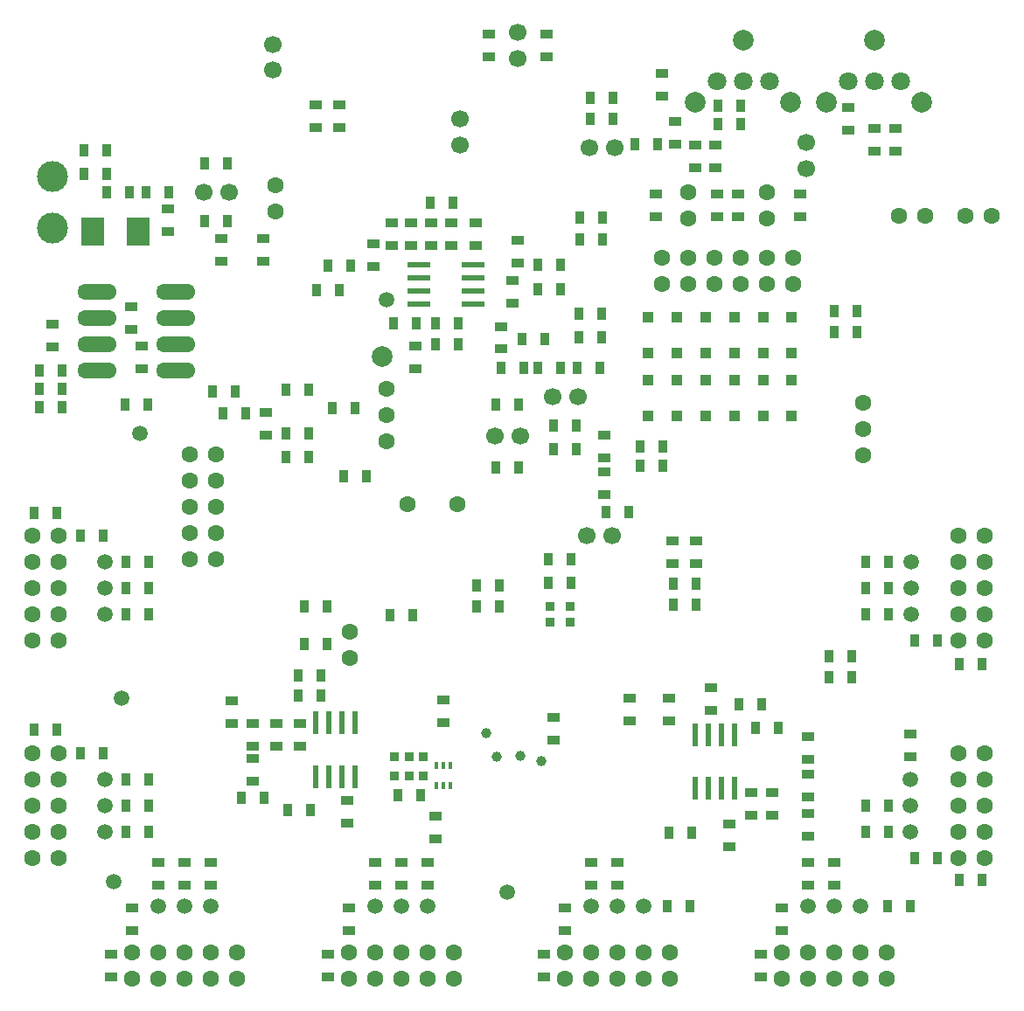
<source format=gbs>
G04 #@! TF.FileFunction,Soldermask,Bot*
%FSLAX46Y46*%
G04 Gerber Fmt 4.6, Leading zero omitted, Abs format (unit mm)*
G04 Created by KiCad (PCBNEW 4.0.1-stable) date 18/01/2016 20:30:30*
%MOMM*%
G01*
G04 APERTURE LIST*
%ADD10C,0.150000*%
%ADD11R,1.300000X0.900000*%
%ADD12C,1.500000*%
%ADD13R,1.000000X1.000000*%
%ADD14C,1.600000*%
%ADD15R,0.900000X0.900000*%
%ADD16C,1.000000*%
%ADD17O,3.810000X1.524000*%
%ADD18R,0.600000X2.200000*%
%ADD19C,3.000000*%
%ADD20R,2.200000X2.800000*%
%ADD21R,2.200000X0.600000*%
%ADD22R,0.900000X1.300000*%
%ADD23C,2.000000*%
%ADD24R,0.450000X0.800000*%
%ADD25C,1.700000*%
%ADD26C,1.800000*%
G04 APERTURE END LIST*
D10*
D11*
X43557400Y29889000D03*
X43557400Y32089000D03*
D12*
X81403400Y12066000D03*
X78863400Y12066000D03*
X83943400Y12066000D03*
D13*
X77275400Y59642000D03*
X77275400Y63042000D03*
X77275400Y65738000D03*
X77275400Y69138000D03*
X74545400Y59642000D03*
X74545400Y63042000D03*
X74545400Y65738000D03*
X74545400Y69138000D03*
X71751400Y59642000D03*
X71751400Y63042000D03*
X71751400Y65738000D03*
X71751400Y69138000D03*
X68957400Y59642000D03*
X68957400Y63042000D03*
X68957400Y65738000D03*
X68957400Y69138000D03*
X66163400Y59642000D03*
X66163400Y63042000D03*
X66163400Y65738000D03*
X66163400Y69138000D03*
X63369400Y59642000D03*
X63369400Y63042000D03*
X63369400Y65738000D03*
X63369400Y69138000D03*
D12*
X14220400Y57913000D03*
X10791400Y45467000D03*
X12442400Y32259000D03*
X10791400Y24385000D03*
X11680400Y14479000D03*
X15998400Y12066000D03*
X49780400Y13463000D03*
X36953400Y12066000D03*
X10791400Y42927000D03*
X10791400Y40387000D03*
X10791400Y21845000D03*
X10791400Y19305000D03*
X18538400Y12066000D03*
X21078400Y12066000D03*
X39493400Y12066000D03*
X42033400Y12066000D03*
X57908400Y12066000D03*
X60448400Y12066000D03*
X62988400Y12066000D03*
X88769400Y19305000D03*
X88769400Y21845000D03*
X88769400Y24385000D03*
X88896400Y40387000D03*
X88896400Y42927000D03*
X88896400Y45467000D03*
X38096400Y70867000D03*
D14*
X74926400Y81281000D03*
X74926400Y78741000D03*
X67306400Y81281000D03*
X67306400Y78741000D03*
D15*
X53910400Y39625000D03*
X55810400Y39625000D03*
D14*
X27301400Y81916000D03*
X27301400Y79376000D03*
X84197400Y55754000D03*
X84197400Y60834000D03*
X84197400Y58294000D03*
X90217200Y78995000D03*
X87677200Y78995000D03*
D16*
X51050400Y26671000D03*
X53082400Y26163000D03*
X47748400Y28830000D03*
X48764400Y26544000D03*
D14*
X21586400Y45721000D03*
X19046400Y45721000D03*
X21586400Y48261000D03*
X19046400Y48261000D03*
X21586400Y50801000D03*
X19046400Y50801000D03*
X21586400Y53341000D03*
X19046400Y53341000D03*
X21586400Y55881000D03*
X19046400Y55881000D03*
D17*
X17643360Y64027032D03*
X17643360Y66567032D03*
X17643360Y69107032D03*
X17643360Y71647032D03*
X10023360Y64027032D03*
X10023360Y66567032D03*
X10023360Y69107032D03*
X10023360Y71647032D03*
D18*
X71730400Y23495000D03*
X70460400Y23495000D03*
X69190400Y23495000D03*
X67920400Y23495000D03*
X67920400Y28695000D03*
X69190400Y28695000D03*
X70460400Y28695000D03*
X71730400Y28695000D03*
D19*
X5711400Y77805000D03*
X5711400Y82805000D03*
D14*
X34413400Y5081000D03*
X34413400Y7621000D03*
X36953400Y5081000D03*
X36953400Y7621000D03*
X39493400Y5081000D03*
X39493400Y7621000D03*
X42033400Y5081000D03*
X42033400Y7621000D03*
X44573400Y5081000D03*
X44573400Y7621000D03*
X13458400Y5081000D03*
X13458400Y7621000D03*
X15998400Y5081000D03*
X15998400Y7621000D03*
X18538400Y5081000D03*
X18538400Y7621000D03*
X21078400Y5081000D03*
X21078400Y7621000D03*
X23618400Y5081000D03*
X23618400Y7621000D03*
X3806400Y26925000D03*
X6346400Y26925000D03*
X3806400Y24385000D03*
X6346400Y24385000D03*
X3806400Y21845000D03*
X6346400Y21845000D03*
X3806400Y19305000D03*
X6346400Y19305000D03*
X3806400Y16765000D03*
X6346400Y16765000D03*
X3806400Y48007000D03*
X6346400Y48007000D03*
X3806400Y45467000D03*
X6346400Y45467000D03*
X3806400Y42927000D03*
X6346400Y42927000D03*
X3806400Y40387000D03*
X6346400Y40387000D03*
X3806400Y37847000D03*
X6346400Y37847000D03*
X96008400Y37847000D03*
X93468400Y37847000D03*
X96008400Y40387000D03*
X93468400Y40387000D03*
X96008400Y42927000D03*
X93468400Y42927000D03*
X96008400Y45467000D03*
X93468400Y45467000D03*
X96008400Y48007000D03*
X93468400Y48007000D03*
X96008400Y16765000D03*
X93468400Y16765000D03*
X96008400Y19305000D03*
X93468400Y19305000D03*
X96008400Y21845000D03*
X93468400Y21845000D03*
X96008400Y24385000D03*
X93468400Y24385000D03*
X96008400Y26925000D03*
X93468400Y26925000D03*
X76323400Y5081000D03*
X76323400Y7621000D03*
X78863400Y5081000D03*
X78863400Y7621000D03*
X81403400Y5081000D03*
X81403400Y7621000D03*
X83943400Y5081000D03*
X83943400Y7621000D03*
X86483400Y5081000D03*
X86483400Y7621000D03*
X77466400Y74931000D03*
X77466400Y72391000D03*
X74926400Y74931000D03*
X74926400Y72391000D03*
X72386400Y74931000D03*
X72386400Y72391000D03*
X69846400Y74931000D03*
X69846400Y72391000D03*
X67306400Y74931000D03*
X67306400Y72391000D03*
X64766400Y74931000D03*
X64766400Y72391000D03*
D20*
X9648400Y77471000D03*
X14048400Y77471000D03*
D14*
X44960400Y51033000D03*
X40080400Y51033000D03*
X34518400Y36117000D03*
X34518400Y38657000D03*
D21*
X46429400Y74232000D03*
X46429400Y72962000D03*
X46429400Y71692000D03*
X46429400Y70422000D03*
X41229400Y70422000D03*
X41229400Y71692000D03*
X41229400Y72962000D03*
X41229400Y74232000D03*
D14*
X55368400Y5081000D03*
X55368400Y7621000D03*
X57908400Y5081000D03*
X57908400Y7621000D03*
X60448400Y5081000D03*
X60448400Y7621000D03*
X62988400Y5081000D03*
X62988400Y7621000D03*
X65528400Y5081000D03*
X65528400Y7621000D03*
D18*
X31238400Y29846000D03*
X32508400Y29846000D03*
X33778400Y29846000D03*
X35048400Y29846000D03*
X35048400Y24646000D03*
X33778400Y24646000D03*
X32508400Y24646000D03*
X31238400Y24646000D03*
D11*
X33524400Y89747000D03*
X33524400Y87547000D03*
X31238400Y89747000D03*
X31238400Y87547000D03*
D22*
X8802400Y83059000D03*
X11002400Y83059000D03*
D11*
X70100400Y81111000D03*
X70100400Y78911000D03*
X64131400Y81111000D03*
X64131400Y78911000D03*
X78101400Y81111000D03*
X78101400Y78911000D03*
X72132400Y81111000D03*
X72132400Y78911000D03*
D22*
X80938400Y36323000D03*
X83138400Y36323000D03*
X80938400Y34291000D03*
X83138400Y34291000D03*
X58881400Y69470000D03*
X56681400Y69470000D03*
X62650400Y56643000D03*
X64850400Y56643000D03*
X62650400Y54738000D03*
X64850400Y54738000D03*
X58881400Y67184000D03*
X56681400Y67184000D03*
D11*
X26348900Y59902000D03*
X26348900Y57702000D03*
D22*
X30138400Y37466000D03*
X32338400Y37466000D03*
X30138400Y41149000D03*
X32338400Y41149000D03*
D11*
X25142400Y29803000D03*
X25142400Y27603000D03*
X23110400Y31962000D03*
X23110400Y29762000D03*
X25142400Y26374000D03*
X25142400Y24174000D03*
D22*
X28360400Y62104000D03*
X30560400Y62104000D03*
X81446400Y67692000D03*
X83646400Y67692000D03*
X81446400Y69787500D03*
X83646400Y69787500D03*
D11*
X85340400Y87461000D03*
X85340400Y85261000D03*
X26158400Y74593000D03*
X26158400Y76793000D03*
X22094400Y74593000D03*
X22094400Y76793000D03*
D22*
X59016400Y78805000D03*
X56816400Y78805000D03*
X59016400Y76705000D03*
X56816400Y76705000D03*
X23448400Y61977000D03*
X21248400Y61977000D03*
D11*
X14341360Y64179000D03*
X14341360Y66379000D03*
X15998400Y16341000D03*
X15998400Y14141000D03*
D22*
X15066400Y24385000D03*
X12866400Y24385000D03*
X15066400Y45467000D03*
X12866400Y45467000D03*
D11*
X18538400Y16341000D03*
X18538400Y14141000D03*
D22*
X15066400Y21845000D03*
X12866400Y21845000D03*
X15044400Y42927000D03*
X12844400Y42927000D03*
D11*
X21078400Y16341000D03*
X21078400Y14141000D03*
D22*
X15066400Y19305000D03*
X12866400Y19305000D03*
X15044400Y40387000D03*
X12844400Y40387000D03*
D11*
X13458400Y11896000D03*
X13458400Y9696000D03*
D22*
X10621400Y26925000D03*
X8421400Y26925000D03*
X10621400Y48007000D03*
X8421400Y48007000D03*
X84494400Y42927000D03*
X86694400Y42927000D03*
X84494400Y21845000D03*
X86694400Y21845000D03*
D11*
X81403400Y16341000D03*
X81403400Y14141000D03*
X60448400Y16341000D03*
X60448400Y14141000D03*
D22*
X84494400Y45467000D03*
X86694400Y45467000D03*
D11*
X88769400Y28787000D03*
X88769400Y26587000D03*
D22*
X88789900Y12066000D03*
X86589900Y12066000D03*
X67441200Y12066000D03*
X65241200Y12066000D03*
X86694400Y40387000D03*
X84494400Y40387000D03*
X91393400Y37847000D03*
X89193400Y37847000D03*
X86694400Y19305000D03*
X84494400Y19305000D03*
X91393400Y16765000D03*
X89193400Y16765000D03*
D11*
X78863400Y14141000D03*
X78863400Y16341000D03*
X76323400Y9696000D03*
X76323400Y11896000D03*
X57908400Y14141000D03*
X57908400Y16341000D03*
X55368400Y9696000D03*
X55368400Y11896000D03*
X50288400Y70529000D03*
X50288400Y72729000D03*
D22*
X6684400Y60453000D03*
X4484400Y60453000D03*
X40593400Y40260000D03*
X38393400Y40260000D03*
X51388400Y64263000D03*
X49188400Y64263000D03*
X44530400Y80265000D03*
X42330400Y80265000D03*
X50880400Y60707000D03*
X48680400Y60707000D03*
X28487400Y21385000D03*
X30687400Y21385000D03*
D11*
X34286400Y20110000D03*
X34286400Y22310000D03*
D22*
X29503400Y32513000D03*
X31703400Y32513000D03*
X74353400Y31672000D03*
X72153400Y31672000D03*
D11*
X69443400Y33280000D03*
X69443400Y31080000D03*
D22*
X26242400Y22607000D03*
X24042400Y22607000D03*
X73780000Y29355400D03*
X75980000Y29355400D03*
D11*
X78863400Y24850000D03*
X78863400Y22650000D03*
X78863400Y28533000D03*
X78863400Y26333000D03*
X27428400Y29803000D03*
X27428400Y27603000D03*
X29714400Y29803000D03*
X29714400Y27603000D03*
X73402400Y23072000D03*
X73402400Y20872000D03*
X75370900Y23072000D03*
X75370900Y20872000D03*
X78863400Y21121000D03*
X78863400Y18921000D03*
X40890400Y64179000D03*
X40890400Y66379000D03*
D22*
X42838400Y66549000D03*
X45038400Y66549000D03*
D11*
X5705360Y66313032D03*
X5705360Y68513032D03*
D22*
X36084900Y53785500D03*
X33884900Y53785500D03*
X35005400Y60326000D03*
X32805400Y60326000D03*
X28360400Y55627000D03*
X30560400Y55627000D03*
X28360400Y57913000D03*
X30560400Y57913000D03*
X38774400Y68581000D03*
X40974400Y68581000D03*
X34624400Y74169000D03*
X32424400Y74169000D03*
X22264400Y59818000D03*
X24464400Y59818000D03*
D11*
X82800400Y87293000D03*
X82800400Y89493000D03*
X66036400Y85896000D03*
X66036400Y88096000D03*
D22*
X16971400Y81281000D03*
X14771400Y81281000D03*
X11002400Y85345000D03*
X8802400Y85345000D03*
X65825400Y43330000D03*
X68025400Y43330000D03*
D11*
X13325360Y67989000D03*
X13325360Y70189000D03*
D22*
X12733360Y60725032D03*
X14933360Y60725032D03*
D11*
X59178400Y51987000D03*
X59178400Y54187000D03*
D22*
X45038400Y68581000D03*
X42838400Y68581000D03*
X54944400Y64263000D03*
X52744400Y64263000D03*
D11*
X49145400Y66083000D03*
X49145400Y68283000D03*
X50796400Y76602000D03*
X50796400Y74402000D03*
X54225400Y28159000D03*
X54225400Y30359000D03*
D22*
X53420400Y67057000D03*
X51220400Y67057000D03*
X54944400Y71883000D03*
X52744400Y71883000D03*
X54944400Y74232000D03*
X52744400Y74232000D03*
D11*
X44319400Y76117000D03*
X44319400Y78317000D03*
D22*
X62142400Y85916500D03*
X64342400Y85916500D03*
D11*
X16938200Y77488600D03*
X16938200Y79688600D03*
X65782400Y45256000D03*
X65782400Y47456000D03*
D22*
X59348400Y50293000D03*
X61548400Y50293000D03*
D11*
X46732400Y78317000D03*
X46732400Y76117000D03*
X87372400Y87461000D03*
X87372400Y85261000D03*
X64766400Y90595000D03*
X64766400Y92795000D03*
D22*
X60024400Y90425000D03*
X57824400Y90425000D03*
X60024400Y88393000D03*
X57824400Y88393000D03*
D11*
X53590400Y94405000D03*
X53590400Y96605000D03*
X48002400Y94405000D03*
X48002400Y96605000D03*
D22*
X22686400Y78487000D03*
X20486400Y78487000D03*
X22686400Y84075000D03*
X20486400Y84075000D03*
X13161400Y81281000D03*
X10961400Y81281000D03*
X6684400Y62231000D03*
X4484400Y62231000D03*
D11*
X68068400Y45256000D03*
X68068400Y47456000D03*
X59178400Y55543000D03*
X59178400Y57743000D03*
X36826400Y74085000D03*
X36826400Y76285000D03*
X40458600Y76117000D03*
X40458600Y78317000D03*
X38604400Y76117000D03*
X38604400Y78317000D03*
D22*
X50880400Y54611000D03*
X48680400Y54611000D03*
X31281400Y71756000D03*
X33481400Y71756000D03*
D11*
X71243400Y17824000D03*
X71243400Y20024000D03*
D22*
X29503400Y34418000D03*
X31703400Y34418000D03*
X65444400Y19178000D03*
X67644400Y19178000D03*
D11*
X36953400Y16341000D03*
X36953400Y14141000D03*
X42033400Y16341000D03*
X42033400Y14141000D03*
X34413400Y11896000D03*
X34413400Y9696000D03*
X39493400Y16341000D03*
X39493400Y14141000D03*
D22*
X72343400Y87885000D03*
X70143400Y87885000D03*
X72343400Y89663000D03*
X70143400Y89663000D03*
D11*
X67941400Y85873500D03*
X67941400Y83673500D03*
X69909900Y85873500D03*
X69909900Y83673500D03*
D23*
X37651900Y65342500D03*
D14*
X96643400Y78995000D03*
X94103400Y78995000D03*
D11*
X42363600Y76117000D03*
X42363600Y78317000D03*
D22*
X6684400Y64009000D03*
X4484400Y64009000D03*
D15*
X38858400Y24705000D03*
X38858400Y26605000D03*
X40255400Y24705000D03*
X40255400Y26605000D03*
X41652400Y24705000D03*
X41652400Y26605000D03*
D22*
X39155400Y22861000D03*
X41355400Y22861000D03*
D11*
X42795400Y18586000D03*
X42795400Y20786000D03*
D24*
X42907400Y25766000D03*
X43557400Y25766000D03*
X44207400Y25766000D03*
X44207400Y23766000D03*
X43557400Y23766000D03*
X42907400Y23766000D03*
D22*
X53760400Y45721000D03*
X55960400Y45721000D03*
X53760400Y43435000D03*
X55960400Y43435000D03*
X58754400Y64263000D03*
X56554400Y64263000D03*
X56468400Y58675000D03*
X54268400Y58675000D03*
X56468400Y56389000D03*
X54268400Y56389000D03*
D15*
X53910400Y41149000D03*
X55810400Y41149000D03*
D22*
X46775400Y43181000D03*
X48975400Y43181000D03*
X46775400Y41149000D03*
X48975400Y41149000D03*
D11*
X61591400Y30016000D03*
X61591400Y32216000D03*
X65401400Y30016000D03*
X65401400Y32216000D03*
D22*
X65825400Y41276000D03*
X68025400Y41276000D03*
D25*
X78736400Y86087000D03*
X78736400Y83587000D03*
X57420400Y48007000D03*
X59920400Y48007000D03*
X50796400Y94255000D03*
X50796400Y96755000D03*
X60174400Y85599000D03*
X57674400Y85599000D03*
X20336400Y81281000D03*
X22836400Y81281000D03*
X51030400Y57659000D03*
X48530400Y57659000D03*
X56618400Y61469000D03*
X54118400Y61469000D03*
X27047400Y95612000D03*
X27047400Y93112000D03*
X45208400Y88353000D03*
X45208400Y85853000D03*
D14*
X38096400Y62231000D03*
X38096400Y57151000D03*
X38096400Y59691000D03*
D22*
X3976400Y50166000D03*
X6176400Y50166000D03*
X3976400Y29211000D03*
X6176400Y29211000D03*
D11*
X11426400Y5251000D03*
X11426400Y7451000D03*
X32381400Y5251000D03*
X32381400Y7451000D03*
D22*
X95711400Y35561000D03*
X93511400Y35561000D03*
X95711400Y14606000D03*
X93511400Y14606000D03*
D11*
X74291400Y5251000D03*
X74291400Y7451000D03*
X53336400Y5251000D03*
X53336400Y7451000D03*
D26*
X82753400Y92073000D03*
X85293400Y92073000D03*
X87833400Y92073000D03*
D23*
X85293400Y95973000D03*
X80693400Y89973000D03*
X89893400Y89973000D03*
D26*
X70053400Y92073000D03*
X72593400Y92073000D03*
X75133400Y92073000D03*
D23*
X72593400Y95973000D03*
X67993400Y89973000D03*
X77193400Y89973000D03*
M02*

</source>
